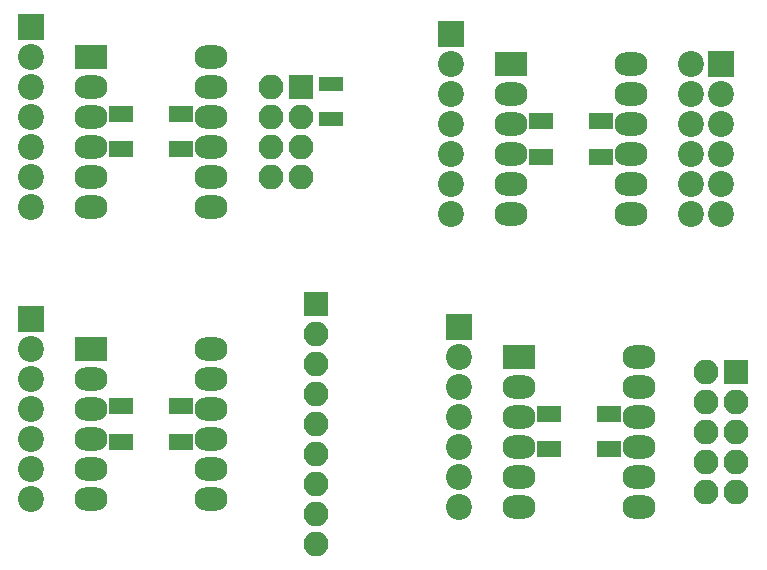
<source format=gbr>
G04 #@! TF.FileFunction,Soldermask,Top*
%FSLAX46Y46*%
G04 Gerber Fmt 4.6, Leading zero omitted, Abs format (unit mm)*
G04 Created by KiCad (PCBNEW 4.0.7) date 09/07/18 14:24:09*
%MOMM*%
%LPD*%
G01*
G04 APERTURE LIST*
%ADD10C,0.100000*%
%ADD11C,2.200000*%
%ADD12R,2.200000X2.200000*%
%ADD13R,2.000000X1.400000*%
%ADD14R,2.800000X2.000000*%
%ADD15O,2.800000X2.000000*%
%ADD16R,2.100000X2.100000*%
%ADD17O,2.100000X2.100000*%
%ADD18R,2.100000X1.300000*%
G04 APERTURE END LIST*
D10*
D11*
X147955000Y-107315000D03*
X147955000Y-104775000D03*
D12*
X147955000Y-92075000D03*
D11*
X147955000Y-94615000D03*
X147955000Y-97155000D03*
X147955000Y-99695000D03*
X147955000Y-102235000D03*
X167640000Y-82550000D03*
X170180000Y-82550000D03*
D12*
X170180000Y-69850000D03*
D11*
X167640000Y-69850000D03*
X170180000Y-72390000D03*
X167640000Y-72390000D03*
X170180000Y-74930000D03*
X167640000Y-74930000D03*
X170180000Y-77470000D03*
X167640000Y-77470000D03*
X170180000Y-80010000D03*
X167640000Y-80010000D03*
X111760000Y-106680000D03*
X111760000Y-104140000D03*
D12*
X111760000Y-91440000D03*
D11*
X111760000Y-93980000D03*
X111760000Y-96520000D03*
X111760000Y-99060000D03*
X111760000Y-101600000D03*
X147320000Y-82550000D03*
X147320000Y-80010000D03*
D12*
X147320000Y-67310000D03*
D11*
X147320000Y-69850000D03*
X147320000Y-72390000D03*
X147320000Y-74930000D03*
X147320000Y-77470000D03*
X111760000Y-81915000D03*
X111760000Y-79375000D03*
D12*
X111760000Y-66675000D03*
D11*
X111760000Y-69215000D03*
X111760000Y-71755000D03*
X111760000Y-74295000D03*
X111760000Y-76835000D03*
D13*
X119380000Y-74065000D03*
X119380000Y-77065000D03*
X124460000Y-74065000D03*
X124460000Y-77065000D03*
X154940000Y-74700000D03*
X154940000Y-77700000D03*
X160020000Y-74700000D03*
X160020000Y-77700000D03*
D14*
X116840000Y-69215000D03*
D15*
X116840000Y-71755000D03*
X116840000Y-74295000D03*
X116840000Y-76835000D03*
X116840000Y-79375000D03*
X116840000Y-81915000D03*
X127000000Y-81915000D03*
X127000000Y-79375000D03*
X127000000Y-76835000D03*
X127000000Y-74295000D03*
X127000000Y-71755000D03*
X127000000Y-69215000D03*
D14*
X152400000Y-69850000D03*
D15*
X152400000Y-72390000D03*
X152400000Y-74930000D03*
X152400000Y-77470000D03*
X152400000Y-80010000D03*
X152400000Y-82550000D03*
X162560000Y-82550000D03*
X162560000Y-80010000D03*
X162560000Y-77470000D03*
X162560000Y-74930000D03*
X162560000Y-72390000D03*
X162560000Y-69850000D03*
D16*
X134620000Y-71755000D03*
D17*
X132080000Y-71755000D03*
X134620000Y-74295000D03*
X132080000Y-74295000D03*
X134620000Y-76835000D03*
X132080000Y-76835000D03*
X134620000Y-79375000D03*
X132080000Y-79375000D03*
D18*
X137160000Y-74475000D03*
X137160000Y-71575000D03*
D13*
X119380000Y-98830000D03*
X119380000Y-101830000D03*
X124460000Y-98830000D03*
X124460000Y-101830000D03*
D14*
X116840000Y-93980000D03*
D15*
X116840000Y-96520000D03*
X116840000Y-99060000D03*
X116840000Y-101600000D03*
X116840000Y-104140000D03*
X116840000Y-106680000D03*
X127000000Y-106680000D03*
X127000000Y-104140000D03*
X127000000Y-101600000D03*
X127000000Y-99060000D03*
X127000000Y-96520000D03*
X127000000Y-93980000D03*
D16*
X135890000Y-90170000D03*
D17*
X135890000Y-92710000D03*
X135890000Y-95250000D03*
X135890000Y-97790000D03*
X135890000Y-100330000D03*
X135890000Y-102870000D03*
X135890000Y-105410000D03*
X135890000Y-107950000D03*
X135890000Y-110490000D03*
D13*
X155575000Y-99465000D03*
X155575000Y-102465000D03*
X160655000Y-99465000D03*
X160655000Y-102465000D03*
D14*
X153035000Y-94615000D03*
D15*
X153035000Y-97155000D03*
X153035000Y-99695000D03*
X153035000Y-102235000D03*
X153035000Y-104775000D03*
X153035000Y-107315000D03*
X163195000Y-107315000D03*
X163195000Y-104775000D03*
X163195000Y-102235000D03*
X163195000Y-99695000D03*
X163195000Y-97155000D03*
X163195000Y-94615000D03*
D16*
X171450000Y-95885000D03*
D17*
X168910000Y-95885000D03*
X171450000Y-98425000D03*
X168910000Y-98425000D03*
X171450000Y-100965000D03*
X168910000Y-100965000D03*
X171450000Y-103505000D03*
X168910000Y-103505000D03*
X171450000Y-106045000D03*
X168910000Y-106045000D03*
M02*

</source>
